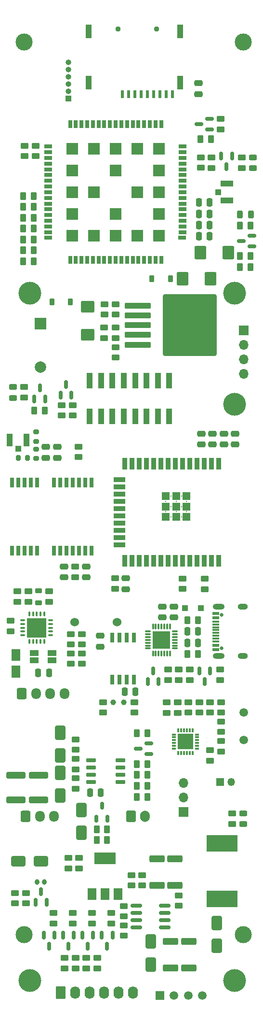
<source format=gts>
%TF.GenerationSoftware,KiCad,Pcbnew,7.0.2*%
%TF.CreationDate,2023-05-22T14:03:59+07:00*%
%TF.ProjectId,ph_portable_refrigerator_v2_hw,70685f70-6f72-4746-9162-6c655f726566,rev?*%
%TF.SameCoordinates,Original*%
%TF.FileFunction,Soldermask,Top*%
%TF.FilePolarity,Negative*%
%FSLAX46Y46*%
G04 Gerber Fmt 4.6, Leading zero omitted, Abs format (unit mm)*
G04 Created by KiCad (PCBNEW 7.0.2) date 2023-05-22 14:03:59*
%MOMM*%
%LPD*%
G01*
G04 APERTURE LIST*
G04 Aperture macros list*
%AMRoundRect*
0 Rectangle with rounded corners*
0 $1 Rounding radius*
0 $2 $3 $4 $5 $6 $7 $8 $9 X,Y pos of 4 corners*
0 Add a 4 corners polygon primitive as box body*
4,1,4,$2,$3,$4,$5,$6,$7,$8,$9,$2,$3,0*
0 Add four circle primitives for the rounded corners*
1,1,$1+$1,$2,$3*
1,1,$1+$1,$4,$5*
1,1,$1+$1,$6,$7*
1,1,$1+$1,$8,$9*
0 Add four rect primitives between the rounded corners*
20,1,$1+$1,$2,$3,$4,$5,0*
20,1,$1+$1,$4,$5,$6,$7,0*
20,1,$1+$1,$6,$7,$8,$9,0*
20,1,$1+$1,$8,$9,$2,$3,0*%
%AMFreePoly0*
4,1,6,1.000000,0.000000,0.500000,-0.750000,-0.500000,-0.750000,-0.500000,0.750000,0.500000,0.750000,1.000000,0.000000,1.000000,0.000000,$1*%
G04 Aperture macros list end*
%ADD10O,1.000000X1.000000*%
%ADD11R,1.000000X1.000000*%
%ADD12RoundRect,0.250000X-0.250000X-0.475000X0.250000X-0.475000X0.250000X0.475000X-0.250000X0.475000X0*%
%ADD13RoundRect,0.250000X-0.620000X-0.845000X0.620000X-0.845000X0.620000X0.845000X-0.620000X0.845000X0*%
%ADD14O,1.740000X2.190000*%
%ADD15RoundRect,0.062400X0.422600X-0.067600X0.422600X0.067600X-0.422600X0.067600X-0.422600X-0.067600X0*%
%ADD16RoundRect,0.062400X0.067600X0.422600X-0.067600X0.422600X-0.067600X-0.422600X0.067600X-0.422600X0*%
%ADD17R,3.150000X3.150000*%
%ADD18RoundRect,0.250000X0.450000X-0.262500X0.450000X0.262500X-0.450000X0.262500X-0.450000X-0.262500X0*%
%ADD19RoundRect,0.243750X0.456250X-0.243750X0.456250X0.243750X-0.456250X0.243750X-0.456250X-0.243750X0*%
%ADD20RoundRect,0.243750X-0.456250X0.243750X-0.456250X-0.243750X0.456250X-0.243750X0.456250X0.243750X0*%
%ADD21RoundRect,0.250000X-0.450000X0.262500X-0.450000X-0.262500X0.450000X-0.262500X0.450000X0.262500X0*%
%ADD22RoundRect,0.250000X-2.050000X-0.300000X2.050000X-0.300000X2.050000X0.300000X-2.050000X0.300000X0*%
%ADD23RoundRect,0.250002X-4.449998X-5.149998X4.449998X-5.149998X4.449998X5.149998X-4.449998X5.149998X0*%
%ADD24RoundRect,0.250000X0.262500X0.450000X-0.262500X0.450000X-0.262500X-0.450000X0.262500X-0.450000X0*%
%ADD25R,1.050000X1.000000*%
%ADD26R,2.200000X1.050000*%
%ADD27R,1.500000X1.000000*%
%ADD28RoundRect,0.150000X0.587500X0.150000X-0.587500X0.150000X-0.587500X-0.150000X0.587500X-0.150000X0*%
%ADD29C,4.000000*%
%ADD30RoundRect,0.250000X-0.787500X-0.925000X0.787500X-0.925000X0.787500X0.925000X-0.787500X0.925000X0*%
%ADD31R,0.650000X1.700000*%
%ADD32RoundRect,0.250000X-0.650000X1.000000X-0.650000X-1.000000X0.650000X-1.000000X0.650000X1.000000X0*%
%ADD33RoundRect,0.200000X0.200000X0.275000X-0.200000X0.275000X-0.200000X-0.275000X0.200000X-0.275000X0*%
%ADD34RoundRect,0.250000X-1.075000X0.362500X-1.075000X-0.362500X1.075000X-0.362500X1.075000X0.362500X0*%
%ADD35RoundRect,0.250000X0.475000X-0.250000X0.475000X0.250000X-0.475000X0.250000X-0.475000X-0.250000X0*%
%ADD36RoundRect,0.150000X-0.150000X0.587500X-0.150000X-0.587500X0.150000X-0.587500X0.150000X0.587500X0*%
%ADD37C,1.000000*%
%ADD38RoundRect,0.250000X-0.475000X0.250000X-0.475000X-0.250000X0.475000X-0.250000X0.475000X0.250000X0*%
%ADD39RoundRect,0.250000X-0.262500X-0.450000X0.262500X-0.450000X0.262500X0.450000X-0.262500X0.450000X0*%
%ADD40R,1.700000X1.700000*%
%ADD41O,1.700000X1.700000*%
%ADD42R,1.500000X1.500000*%
%ADD43FreePoly0,270.000000*%
%ADD44FreePoly0,90.000000*%
%ADD45R,1.000000X1.050000*%
%ADD46R,1.050000X2.200000*%
%ADD47RoundRect,0.150000X0.150000X-0.587500X0.150000X0.587500X-0.150000X0.587500X-0.150000X-0.587500X0*%
%ADD48R,1.508000X1.508000*%
%ADD49C,1.508000*%
%ADD50RoundRect,0.250000X-1.450000X0.312500X-1.450000X-0.312500X1.450000X-0.312500X1.450000X0.312500X0*%
%ADD51C,3.000000*%
%ADD52RoundRect,0.250000X-0.300000X-0.300000X0.300000X-0.300000X0.300000X0.300000X-0.300000X0.300000X0*%
%ADD53C,0.950000*%
%ADD54R,0.620000X1.400000*%
%ADD55R,1.100000X2.400000*%
%ADD56RoundRect,0.225000X0.225000X0.375000X-0.225000X0.375000X-0.225000X-0.375000X0.225000X-0.375000X0*%
%ADD57R,0.800000X0.300000*%
%ADD58R,0.300000X0.800000*%
%ADD59R,2.750000X2.750000*%
%ADD60RoundRect,0.150000X-0.825000X-0.150000X0.825000X-0.150000X0.825000X0.150000X-0.825000X0.150000X0*%
%ADD61R,0.700000X1.400000*%
%ADD62R,1.400000X0.700000*%
%ADD63R,2.100000X2.100000*%
%ADD64RoundRect,0.150000X0.150000X-0.512500X0.150000X0.512500X-0.150000X0.512500X-0.150000X-0.512500X0*%
%ADD65RoundRect,0.225000X-0.225000X-0.375000X0.225000X-0.375000X0.225000X0.375000X-0.225000X0.375000X0*%
%ADD66RoundRect,0.218750X-0.381250X0.218750X-0.381250X-0.218750X0.381250X-0.218750X0.381250X0.218750X0*%
%ADD67RoundRect,0.150000X0.725000X0.150000X-0.725000X0.150000X-0.725000X-0.150000X0.725000X-0.150000X0*%
%ADD68RoundRect,0.200000X0.275000X-0.200000X0.275000X0.200000X-0.275000X0.200000X-0.275000X-0.200000X0*%
%ADD69RoundRect,0.250000X1.000000X0.650000X-1.000000X0.650000X-1.000000X-0.650000X1.000000X-0.650000X0*%
%ADD70RoundRect,0.075000X-0.325000X-0.075000X0.325000X-0.075000X0.325000X0.075000X-0.325000X0.075000X0*%
%ADD71RoundRect,0.075000X-0.075000X-0.325000X0.075000X-0.325000X0.075000X0.325000X-0.075000X0.325000X0*%
%ADD72R,3.350000X3.350000*%
%ADD73RoundRect,0.250000X-0.925000X0.787500X-0.925000X-0.787500X0.925000X-0.787500X0.925000X0.787500X0*%
%ADD74R,1.500000X2.000000*%
%ADD75R,3.800000X2.000000*%
%ADD76R,1.000000X2.750000*%
%ADD77C,1.500000*%
%ADD78R,5.400000X2.900000*%
%ADD79RoundRect,0.250000X0.650000X-1.000000X0.650000X1.000000X-0.650000X1.000000X-0.650000X-1.000000X0*%
%ADD80RoundRect,0.243750X-0.243750X-0.456250X0.243750X-0.456250X0.243750X0.456250X-0.243750X0.456250X0*%
%ADD81R,2.000000X2.000000*%
%ADD82C,2.000000*%
%ADD83R,0.900000X2.000000*%
%ADD84R,2.000000X0.900000*%
%ADD85R,1.330000X1.330000*%
%ADD86C,0.300000*%
%ADD87RoundRect,0.250000X0.250000X0.475000X-0.250000X0.475000X-0.250000X-0.475000X0.250000X-0.475000X0*%
%ADD88R,0.800000X1.800000*%
%ADD89C,0.650000*%
%ADD90R,1.150000X0.600000*%
%ADD91R,1.150000X0.300000*%
%ADD92O,2.100000X1.000000*%
%ADD93O,1.800000X1.000000*%
%ADD94RoundRect,0.250000X-0.600000X-0.725000X0.600000X-0.725000X0.600000X0.725000X-0.600000X0.725000X0*%
%ADD95O,1.700000X1.950000*%
%ADD96O,0.800000X1.000000*%
%ADD97C,1.524000*%
%ADD98RoundRect,0.250000X-0.600000X-0.750000X0.600000X-0.750000X0.600000X0.750000X-0.600000X0.750000X0*%
%ADD99O,1.700000X2.000000*%
%ADD100R,1.350000X1.350000*%
%ADD101O,1.350000X1.350000*%
G04 APERTURE END LIST*
D10*
%TO.C,J3*%
X46250000Y-28525000D03*
X46250000Y-29795000D03*
X46250000Y-31065000D03*
X46250000Y-32335000D03*
X46250000Y-33605000D03*
D11*
X46250000Y-34875000D03*
%TD*%
D12*
%TO.C,C22*%
X56145000Y-138900000D03*
X58045000Y-138900000D03*
%TD*%
D13*
%TO.C,J11*%
X44875000Y-191650000D03*
D14*
X47415000Y-191650000D03*
X49955000Y-191650000D03*
X52495000Y-191650000D03*
X55035000Y-191650000D03*
X57575000Y-191650000D03*
%TD*%
D15*
%TO.C,U11*%
X65005000Y-131295000D03*
X65005000Y-130795000D03*
X65005000Y-130295000D03*
X65005000Y-129795000D03*
X65005000Y-129295000D03*
X65005000Y-128795000D03*
X65005000Y-128295000D03*
D16*
X64135000Y-127425000D03*
X63635000Y-127425000D03*
X63135000Y-127425000D03*
X62635000Y-127425000D03*
X62135000Y-127425000D03*
X61635000Y-127425000D03*
X61135000Y-127425000D03*
D15*
X60265000Y-128295000D03*
X60265000Y-128795000D03*
X60265000Y-129295000D03*
X60265000Y-129795000D03*
X60265000Y-130295000D03*
X60265000Y-130795000D03*
X60265000Y-131295000D03*
D16*
X61135000Y-132165000D03*
X61635000Y-132165000D03*
X62135000Y-132165000D03*
X62635000Y-132165000D03*
X63135000Y-132165000D03*
X63635000Y-132165000D03*
X64135000Y-132165000D03*
D17*
X62635000Y-129795000D03*
%TD*%
D18*
%TO.C,C21*%
X57845000Y-142525000D03*
X57845000Y-140700000D03*
%TD*%
D19*
%TO.C,D5*%
X77000000Y-162050000D03*
X77000000Y-160175000D03*
%TD*%
D20*
%TO.C,D13*%
X36550000Y-85487500D03*
X36550000Y-87362500D03*
%TD*%
D21*
%TO.C,R69*%
X38500000Y-85475000D03*
X38500000Y-87300000D03*
%TD*%
D22*
%TO.C,U5*%
X58475000Y-71250000D03*
X58475000Y-72950000D03*
X58475000Y-74650000D03*
D23*
X67625000Y-74650000D03*
D22*
X58475000Y-76350000D03*
X58475000Y-78050000D03*
%TD*%
D24*
%TO.C,R3*%
X53075000Y-164900000D03*
X51250000Y-164900000D03*
%TD*%
%TO.C,C32*%
X40150000Y-52000000D03*
X38325000Y-52000000D03*
%TD*%
%TO.C,C33*%
X40150000Y-55800000D03*
X38325000Y-55800000D03*
%TD*%
D25*
%TO.C,AT2*%
X72625000Y-51325000D03*
D26*
X74150000Y-52800000D03*
X74150000Y-49850000D03*
%TD*%
D18*
%TO.C,R61*%
X67600000Y-136837500D03*
X67600000Y-135012500D03*
%TD*%
D27*
%TO.C,JP2*%
X40225000Y-132100000D03*
X40225000Y-133400000D03*
%TD*%
D28*
%TO.C,Q2*%
X71100000Y-40350000D03*
X71100000Y-38450000D03*
X69225000Y-39400000D03*
%TD*%
D24*
%TO.C,R51*%
X60125000Y-153475000D03*
X58300000Y-153475000D03*
%TD*%
D29*
%TO.C,REF\u002A\u002A*%
X39500000Y-189500000D03*
%TD*%
D30*
%TO.C,C47*%
X66337500Y-66525000D03*
X71262500Y-66525000D03*
%TD*%
D18*
%TO.C,C25*%
X39250000Y-123125000D03*
X39250000Y-121300000D03*
%TD*%
%TO.C,C24*%
X37325000Y-123125000D03*
X37325000Y-121300000D03*
%TD*%
D21*
%TO.C,C11*%
X48150000Y-168037500D03*
X48150000Y-169862500D03*
%TD*%
D24*
%TO.C,C34*%
X40150000Y-61500000D03*
X38325000Y-61500000D03*
%TD*%
D31*
%TO.C,U4*%
X53935000Y-136725000D03*
X55205000Y-136725000D03*
X56475000Y-136725000D03*
X57745000Y-136725000D03*
X57745000Y-129425000D03*
X56475000Y-129425000D03*
X55205000Y-129425000D03*
X53935000Y-129425000D03*
%TD*%
D18*
%TO.C,R11*%
X45100000Y-90462500D03*
X45100000Y-88637500D03*
%TD*%
%TO.C,R66*%
X71425000Y-47062500D03*
X71425000Y-45237500D03*
%TD*%
D24*
%TO.C,R41*%
X40150000Y-57700000D03*
X38325000Y-57700000D03*
%TD*%
D27*
%TO.C,JP3*%
X43350000Y-132100000D03*
X43350000Y-133400000D03*
%TD*%
D21*
%TO.C,R16*%
X50441666Y-177687500D03*
X50441666Y-179512500D03*
%TD*%
D32*
%TO.C,D11*%
X44800000Y-146050000D03*
X44800000Y-150050000D03*
%TD*%
D33*
%TO.C,L3*%
X39100000Y-97862500D03*
X37450000Y-97862500D03*
%TD*%
D34*
%TO.C,C2*%
X64200000Y-182662500D03*
X64200000Y-187287500D03*
%TD*%
D24*
%TO.C,R48*%
X60137500Y-157300000D03*
X58312500Y-157300000D03*
%TD*%
D35*
%TO.C,C43*%
X62810000Y-125875000D03*
X62810000Y-123975000D03*
%TD*%
D18*
%TO.C,R8*%
X45575000Y-187350000D03*
X45575000Y-185525000D03*
%TD*%
D12*
%TO.C,C42*%
X67180000Y-130295000D03*
X69080000Y-130295000D03*
%TD*%
D21*
%TO.C,R20*%
X48625000Y-132162500D03*
X48625000Y-133987500D03*
%TD*%
D36*
%TO.C,Q5*%
X50625000Y-181587500D03*
X48725000Y-181587500D03*
X49675000Y-183462500D03*
%TD*%
D37*
%TO.C,Y1*%
X54145000Y-140725000D03*
X56045000Y-140725000D03*
%TD*%
D35*
%TO.C,C18*%
X44300000Y-97875000D03*
X44300000Y-95975000D03*
%TD*%
D18*
%TO.C,R26*%
X46700000Y-133987500D03*
X46700000Y-132162500D03*
%TD*%
D21*
%TO.C,R59*%
X72900000Y-135012500D03*
X72900000Y-136837500D03*
%TD*%
D35*
%TO.C,C5*%
X69125000Y-34125000D03*
X69125000Y-32225000D03*
%TD*%
D21*
%TO.C,C30*%
X52575000Y-75050000D03*
X52575000Y-76875000D03*
%TD*%
D29*
%TO.C,REF\u002A\u002A*%
X75500000Y-88500000D03*
%TD*%
D21*
%TO.C,R45*%
X73075000Y-144117500D03*
X73075000Y-145942500D03*
%TD*%
D34*
%TO.C,C7*%
X67450000Y-182662500D03*
X67450000Y-187287500D03*
%TD*%
D24*
%TO.C,R42*%
X40150000Y-59600000D03*
X38325000Y-59600000D03*
%TD*%
D21*
%TO.C,R32*%
X47500000Y-185525000D03*
X47500000Y-187350000D03*
%TD*%
D24*
%TO.C,R50*%
X60125000Y-151550000D03*
X58300000Y-151550000D03*
%TD*%
D18*
%TO.C,C17*%
X52370000Y-142525000D03*
X52370000Y-140700000D03*
%TD*%
D35*
%TO.C,C6*%
X71600000Y-95550000D03*
X71600000Y-93650000D03*
%TD*%
D18*
%TO.C,R33*%
X40500000Y-45012500D03*
X40500000Y-43187500D03*
%TD*%
D38*
%TO.C,R25*%
X42325000Y-95975000D03*
X42325000Y-97875000D03*
%TD*%
D18*
%TO.C,C36*%
X73075000Y-149342500D03*
X73075000Y-147517500D03*
%TD*%
D39*
%TO.C,R64*%
X76437500Y-62525000D03*
X78262500Y-62525000D03*
%TD*%
D21*
%TO.C,C38*%
X71175000Y-140725000D03*
X71175000Y-142550000D03*
%TD*%
%TO.C,R39*%
X69525000Y-45225000D03*
X69525000Y-47050000D03*
%TD*%
D40*
%TO.C,J10*%
X66475000Y-159950000D03*
D41*
X66475000Y-157410000D03*
X66475000Y-154870000D03*
%TD*%
D18*
%TO.C,R19*%
X66325000Y-120862500D03*
X66325000Y-119037500D03*
%TD*%
D21*
%TO.C,C23*%
X42850000Y-121275000D03*
X42850000Y-123100000D03*
%TD*%
D12*
%TO.C,C48*%
X69175000Y-53125000D03*
X71075000Y-53125000D03*
%TD*%
D21*
%TO.C,R46*%
X71125000Y-149137500D03*
X71125000Y-150962500D03*
%TD*%
%TO.C,C37*%
X73075000Y-140717500D03*
X73075000Y-142542500D03*
%TD*%
D18*
%TO.C,R13*%
X70250000Y-120887500D03*
X70250000Y-119062500D03*
%TD*%
D29*
%TO.C,REF\u002A\u002A*%
X75500000Y-69000000D03*
%TD*%
D28*
%TO.C,Q12*%
X78525000Y-60825000D03*
X78525000Y-58925000D03*
X76650000Y-59875000D03*
%TD*%
D42*
%TO.C,JP1*%
X37000000Y-132700000D03*
X37000000Y-135100000D03*
D43*
X37000000Y-131900000D03*
D44*
X37000000Y-135900000D03*
%TD*%
D45*
%TO.C,AT1*%
X37450000Y-96262500D03*
D46*
X38925000Y-94737500D03*
X35975000Y-94737500D03*
%TD*%
D18*
%TO.C,C28*%
X54575000Y-72762500D03*
X54575000Y-70937500D03*
%TD*%
D47*
%TO.C,Q6*%
X40525000Y-175775000D03*
X42425000Y-175775000D03*
X41475000Y-173900000D03*
%TD*%
D38*
%TO.C,C15*%
X56375000Y-119000000D03*
X56375000Y-120900000D03*
%TD*%
D48*
%TO.C,J8*%
X62350000Y-192100000D03*
D49*
X64850000Y-192100000D03*
X67350000Y-192100000D03*
X69850000Y-192100000D03*
%TD*%
D19*
%TO.C,D7*%
X78700000Y-47075000D03*
X78700000Y-45200000D03*
%TD*%
D24*
%TO.C,R68*%
X42112500Y-89575000D03*
X40287500Y-89575000D03*
%TD*%
D50*
%TO.C,F1*%
X41000000Y-153537500D03*
X41000000Y-157812500D03*
%TD*%
D21*
%TO.C,C39*%
X69275000Y-140725000D03*
X69275000Y-142550000D03*
%TD*%
D51*
%TO.C,REF\u002A\u002A*%
X77000000Y-181500000D03*
%TD*%
D52*
%TO.C,D12*%
X66730000Y-124245000D03*
X69530000Y-124245000D03*
%TD*%
D53*
%TO.C,J1*%
X61750000Y-22707500D03*
X54950000Y-22707500D03*
D54*
X55770000Y-34127500D03*
X56870000Y-34127500D03*
X57970000Y-34127500D03*
X59070000Y-34127500D03*
X60170000Y-34127500D03*
X61270000Y-34127500D03*
X62370000Y-34127500D03*
X63470000Y-34127500D03*
X64570000Y-34127500D03*
D55*
X65950000Y-23127500D03*
X65950000Y-32127500D03*
X49800000Y-32127500D03*
X49800000Y-23127500D03*
%TD*%
D21*
%TO.C,R47*%
X63575000Y-140737500D03*
X63575000Y-142562500D03*
%TD*%
D12*
%TO.C,C46*%
X69175000Y-55100000D03*
X71075000Y-55100000D03*
%TD*%
D39*
%TO.C,R57*%
X67192500Y-126370000D03*
X69017500Y-126370000D03*
%TD*%
D56*
%TO.C,D4*%
X64250000Y-66525000D03*
X60950000Y-66525000D03*
%TD*%
D38*
%TO.C,C19*%
X49400000Y-116925000D03*
X49400000Y-118825000D03*
%TD*%
D24*
%TO.C,R43*%
X40150000Y-63400000D03*
X38325000Y-63400000D03*
%TD*%
D57*
%TO.C,IC1*%
X68850000Y-148875000D03*
X68850000Y-148375000D03*
X68850000Y-147875000D03*
X68850000Y-147375000D03*
X68850000Y-146875000D03*
X68850000Y-146375000D03*
D58*
X68100000Y-145625000D03*
X67600000Y-145625000D03*
X67100000Y-145625000D03*
X66600000Y-145625000D03*
X66100000Y-145625000D03*
X65600000Y-145625000D03*
D57*
X64850000Y-146375000D03*
X64850000Y-146875000D03*
X64850000Y-147375000D03*
X64850000Y-147875000D03*
X64850000Y-148375000D03*
X64850000Y-148875000D03*
D58*
X65600000Y-149625000D03*
X66100000Y-149625000D03*
X66600000Y-149625000D03*
X67100000Y-149625000D03*
X67600000Y-149625000D03*
X68100000Y-149625000D03*
D59*
X66850000Y-147625000D03*
%TD*%
D21*
%TO.C,C8*%
X65650000Y-174600000D03*
X65650000Y-176425000D03*
%TD*%
%TO.C,C12*%
X46250000Y-168037500D03*
X46250000Y-169862500D03*
%TD*%
%TO.C,C14*%
X57350000Y-171037500D03*
X57350000Y-172862500D03*
%TD*%
D35*
%TO.C,R4*%
X69625000Y-95550000D03*
X69625000Y-93650000D03*
%TD*%
D18*
%TO.C,R67*%
X76775000Y-47075000D03*
X76775000Y-45250000D03*
%TD*%
D60*
%TO.C,U2*%
X58250000Y-176422500D03*
X58250000Y-177692500D03*
X58250000Y-178962500D03*
X58250000Y-180232500D03*
X63200000Y-180232500D03*
X63200000Y-178962500D03*
X63200000Y-177692500D03*
X63200000Y-176422500D03*
%TD*%
D35*
%TO.C,C1*%
X73600000Y-95550000D03*
X73600000Y-93650000D03*
%TD*%
D18*
%TO.C,R29*%
X38575000Y-44987500D03*
X38575000Y-43162500D03*
%TD*%
%TO.C,R22*%
X52600000Y-72762500D03*
X52600000Y-70937500D03*
%TD*%
D21*
%TO.C,R30*%
X51350000Y-185525000D03*
X51350000Y-187350000D03*
%TD*%
D18*
%TO.C,R28*%
X47450000Y-118787500D03*
X47450000Y-116962500D03*
%TD*%
%TO.C,R53*%
X47575000Y-155875000D03*
X47575000Y-154050000D03*
%TD*%
D61*
%TO.C,U8*%
X62575000Y-39425000D03*
X61575000Y-39425000D03*
X60575000Y-39425000D03*
X59575000Y-39425000D03*
X58575000Y-39425000D03*
X57575000Y-39425000D03*
X56575000Y-39425000D03*
X55575000Y-39425000D03*
X54575000Y-39425000D03*
X53575000Y-39425000D03*
X52575000Y-39425000D03*
X51575000Y-39425000D03*
X50575000Y-39425000D03*
X49575000Y-39425000D03*
X48575000Y-39425000D03*
X47575000Y-39425000D03*
X46575000Y-39425000D03*
D62*
X42675000Y-43325000D03*
X42675000Y-44325000D03*
X42675000Y-45325000D03*
X42675000Y-46325000D03*
X42675000Y-47325000D03*
X42675000Y-48325000D03*
X42675000Y-49325000D03*
X42675000Y-50325000D03*
X42675000Y-51325000D03*
X42675000Y-52325000D03*
X42675000Y-53325000D03*
X42675000Y-54325000D03*
X42675000Y-55325000D03*
X42675000Y-56325000D03*
X42675000Y-57325000D03*
X42675000Y-58325000D03*
X42675000Y-59325000D03*
D61*
X46575000Y-63225000D03*
X47575000Y-63225000D03*
X48575000Y-63225000D03*
X49575000Y-63225000D03*
X50575000Y-63225000D03*
X51575000Y-63225000D03*
X52575000Y-63225000D03*
X53575000Y-63225000D03*
X54575000Y-63225000D03*
X55575000Y-63225000D03*
X56575000Y-63225000D03*
X57575000Y-63225000D03*
X58575000Y-63225000D03*
X59575000Y-63225000D03*
X60575000Y-63225000D03*
X61575000Y-63225000D03*
X62575000Y-63225000D03*
D62*
X66275000Y-59325000D03*
X66375000Y-58325000D03*
X66375000Y-57325000D03*
X66375000Y-56325000D03*
X66375000Y-55325000D03*
X66375000Y-54325000D03*
X66375000Y-53325000D03*
X66375000Y-52325000D03*
X66375000Y-51325000D03*
X66375000Y-50325000D03*
X66375000Y-49325000D03*
X66375000Y-48325000D03*
X66375000Y-47325000D03*
X66375000Y-46325000D03*
X66375000Y-45325000D03*
X66375000Y-44325000D03*
X66375000Y-43325000D03*
D63*
X62175000Y-43725000D03*
X58375000Y-43725000D03*
X54575000Y-43725000D03*
X50775000Y-43725000D03*
X46975000Y-43725000D03*
X46975000Y-47525000D03*
X46975000Y-51325000D03*
X46975000Y-55125000D03*
X46975000Y-58925000D03*
X50775000Y-58925000D03*
X54575000Y-58925000D03*
X58375000Y-58925000D03*
X62175000Y-58925000D03*
X62175000Y-55125000D03*
X62175000Y-51325000D03*
X62175000Y-47525000D03*
X54575000Y-47525000D03*
X50775000Y-51325000D03*
X54575000Y-55125000D03*
X58375000Y-51325000D03*
%TD*%
D64*
%TO.C,Q4*%
X51212500Y-161137500D03*
X53112500Y-161137500D03*
X52162500Y-158862500D03*
%TD*%
D65*
%TO.C,D9*%
X43350000Y-70550000D03*
X46650000Y-70550000D03*
%TD*%
D66*
%TO.C,L1*%
X41050000Y-121200000D03*
X41050000Y-123325000D03*
%TD*%
D67*
%TO.C,U10*%
X55425000Y-154705000D03*
X55425000Y-153435000D03*
X55425000Y-152165000D03*
X55425000Y-150895000D03*
X50275000Y-150895000D03*
X50275000Y-152165000D03*
X50275000Y-153435000D03*
X50275000Y-154705000D03*
%TD*%
D34*
%TO.C,C9*%
X61850000Y-168212500D03*
X61850000Y-172837500D03*
%TD*%
D21*
%TO.C,R24*%
X54550000Y-78487500D03*
X54550000Y-80312500D03*
%TD*%
D51*
%TO.C,REF\u002A\u002A*%
X38500000Y-181500000D03*
%TD*%
D21*
%TO.C,R17*%
X48650000Y-128775000D03*
X48650000Y-130600000D03*
%TD*%
D36*
%TO.C,Q11*%
X71200000Y-135227500D03*
X69300000Y-135227500D03*
X70250000Y-137102500D03*
%TD*%
D12*
%TO.C,C29*%
X69175000Y-59050000D03*
X71075000Y-59050000D03*
%TD*%
D32*
%TO.C,D10*%
X44800000Y-153100000D03*
X44800000Y-157100000D03*
%TD*%
D21*
%TO.C,R1*%
X53825000Y-177687500D03*
X53825000Y-179512500D03*
%TD*%
D12*
%TO.C,C26*%
X40950000Y-135575000D03*
X42850000Y-135575000D03*
%TD*%
D68*
%TO.C,R34*%
X40575000Y-97987500D03*
X40575000Y-96337500D03*
%TD*%
D21*
%TO.C,R58*%
X63800000Y-135012500D03*
X63800000Y-136837500D03*
%TD*%
D47*
%TO.C,Q14*%
X40300000Y-87537500D03*
X42200000Y-87537500D03*
X41250000Y-85662500D03*
%TD*%
D18*
%TO.C,R54*%
X47575000Y-152475000D03*
X47575000Y-150650000D03*
%TD*%
D21*
%TO.C,R14*%
X56000000Y-179825000D03*
X56000000Y-181650000D03*
%TD*%
D69*
%TO.C,D8*%
X41475000Y-168562500D03*
X37475000Y-168562500D03*
%TD*%
D29*
%TO.C,REF\u002A\u002A*%
X39500000Y-69000000D03*
%TD*%
D51*
%TO.C,REF\u002A\u002A*%
X38500000Y-25000000D03*
%TD*%
D18*
%TO.C,R44*%
X48050000Y-97737500D03*
X48050000Y-95912500D03*
%TD*%
D70*
%TO.C,U6*%
X38250000Y-126362500D03*
X38250000Y-127012500D03*
X38250000Y-127662500D03*
X38250000Y-128312500D03*
X38250000Y-128962500D03*
D71*
X39400000Y-130112500D03*
X40050000Y-130112500D03*
X40700000Y-130112500D03*
X41350000Y-130112500D03*
X42000000Y-130112500D03*
D70*
X43150000Y-128962500D03*
X43150000Y-128312500D03*
X43150000Y-127662500D03*
X43150000Y-127012500D03*
X43150000Y-126362500D03*
D71*
X42000000Y-125212500D03*
X41350000Y-125212500D03*
X40700000Y-125212500D03*
X40050000Y-125212500D03*
X39400000Y-125212500D03*
D72*
X40700000Y-127662500D03*
%TD*%
D24*
%TO.C,R12*%
X53075000Y-163000000D03*
X51250000Y-163000000D03*
%TD*%
D73*
%TO.C,C31*%
X49675000Y-71425000D03*
X49675000Y-76350000D03*
%TD*%
D21*
%TO.C,C4*%
X46700000Y-128762500D03*
X46700000Y-130587500D03*
%TD*%
%TO.C,R18*%
X47025000Y-177687500D03*
X47025000Y-179512500D03*
%TD*%
D74*
%TO.C,U3*%
X50425000Y-174387500D03*
X52725000Y-174387500D03*
D75*
X52725000Y-168087500D03*
D74*
X55025000Y-174387500D03*
%TD*%
D24*
%TO.C,R49*%
X60125000Y-155400000D03*
X58300000Y-155400000D03*
%TD*%
D76*
%TO.C,J7*%
X64000000Y-90625000D03*
X64000000Y-84375000D03*
X62000000Y-90625000D03*
X62000000Y-84375000D03*
X60000000Y-90625000D03*
X60000000Y-84375000D03*
X58000000Y-90625000D03*
X58000000Y-84375000D03*
X56000000Y-90625000D03*
X56000000Y-84375000D03*
X54000000Y-90625000D03*
X54000000Y-84375000D03*
X52000000Y-90625000D03*
X52000000Y-84375000D03*
X50000000Y-90625000D03*
X50000000Y-84375000D03*
%TD*%
D12*
%TO.C,C41*%
X67180000Y-128320000D03*
X69080000Y-128320000D03*
%TD*%
D18*
%TO.C,R10*%
X47025000Y-90462500D03*
X47025000Y-88637500D03*
%TD*%
D77*
%TO.C,Y2*%
X77100000Y-142500000D03*
X77100000Y-147380000D03*
%TD*%
D32*
%TO.C,D1*%
X72375000Y-179400000D03*
X72375000Y-183400000D03*
%TD*%
D24*
%TO.C,R40*%
X40150000Y-53900000D03*
X38325000Y-53900000D03*
%TD*%
D50*
%TO.C,F2*%
X37050200Y-153536200D03*
X37050200Y-157811200D03*
%TD*%
D47*
%TO.C,Q7*%
X44900000Y-86875000D03*
X46800000Y-86875000D03*
X45850000Y-85000000D03*
%TD*%
D51*
%TO.C,REF\u002A\u002A*%
X77000000Y-25000000D03*
%TD*%
D78*
%TO.C,L2*%
X73300000Y-175175000D03*
X73300000Y-165475000D03*
%TD*%
D21*
%TO.C,R23*%
X54537500Y-75050000D03*
X54537500Y-76875000D03*
%TD*%
D12*
%TO.C,C45*%
X69175000Y-57075000D03*
X71075000Y-57075000D03*
%TD*%
D79*
%TO.C,D2*%
X48575000Y-163612500D03*
X48575000Y-159612500D03*
%TD*%
D21*
%TO.C,R7*%
X38800000Y-174150000D03*
X38800000Y-175975000D03*
%TD*%
D36*
%TO.C,Q1*%
X54025000Y-181587500D03*
X52125000Y-181587500D03*
X53075000Y-183462500D03*
%TD*%
D35*
%TO.C,C3*%
X75575000Y-95550000D03*
X75575000Y-93650000D03*
%TD*%
D39*
%TO.C,R65*%
X76437500Y-64425000D03*
X78262500Y-64425000D03*
%TD*%
D21*
%TO.C,R9*%
X56000000Y-176450000D03*
X56000000Y-178275000D03*
%TD*%
D18*
%TO.C,R60*%
X65700000Y-136837500D03*
X65700000Y-135012500D03*
%TD*%
%TO.C,R63*%
X65475000Y-142562500D03*
X65475000Y-140737500D03*
%TD*%
D29*
%TO.C,REF\u002A\u002A*%
X75500000Y-189500000D03*
%TD*%
D80*
%TO.C,D6*%
X76450000Y-55250000D03*
X78325000Y-55250000D03*
%TD*%
D81*
%TO.C,BZ1*%
X41325000Y-74400000D03*
D82*
X41325000Y-82000000D03*
%TD*%
D18*
%TO.C,R62*%
X67375000Y-142550000D03*
X67375000Y-140725000D03*
%TD*%
%TO.C,R55*%
X47575000Y-149062500D03*
X47575000Y-147237500D03*
%TD*%
D36*
%TO.C,Q13*%
X75025000Y-44975000D03*
X73125000Y-44975000D03*
X74075000Y-46850000D03*
%TD*%
D28*
%TO.C,Q9*%
X60387500Y-149825000D03*
X60387500Y-147925000D03*
X58512500Y-148875000D03*
%TD*%
D21*
%TO.C,R2*%
X43633332Y-177675000D03*
X43633332Y-179500000D03*
%TD*%
D83*
%TO.C,U1*%
X72715000Y-98915000D03*
X71445000Y-98915000D03*
X70175000Y-98915000D03*
X68905000Y-98915000D03*
X67635000Y-98915000D03*
X66365000Y-98915000D03*
X65095000Y-98915000D03*
X63825000Y-98915000D03*
X62555000Y-98915000D03*
X61285000Y-98915000D03*
X60015000Y-98915000D03*
X58745000Y-98915000D03*
X57475000Y-98915000D03*
X56205000Y-98915000D03*
D84*
X55205000Y-101700000D03*
X55205000Y-102970000D03*
X55205000Y-104240000D03*
X55205000Y-105510000D03*
X55205000Y-106780000D03*
X55205000Y-108050000D03*
X55205000Y-109320000D03*
X55205000Y-110590000D03*
X55205000Y-111860000D03*
X55205000Y-113130000D03*
D83*
X56205000Y-115915000D03*
X57475000Y-115915000D03*
X58745000Y-115915000D03*
X60015000Y-115915000D03*
X61285000Y-115915000D03*
X62555000Y-115915000D03*
X63825000Y-115915000D03*
X65095000Y-115915000D03*
X66365000Y-115915000D03*
X67635000Y-115915000D03*
X68905000Y-115915000D03*
X70175000Y-115915000D03*
X71445000Y-115915000D03*
X72715000Y-115915000D03*
D85*
X67050000Y-104580000D03*
X67050000Y-106415000D03*
X67050000Y-108250000D03*
X65215000Y-104580000D03*
X65215000Y-106415000D03*
X65215000Y-108250000D03*
X63380000Y-104580000D03*
X63380000Y-106415000D03*
X63380000Y-108250000D03*
D86*
X67050000Y-105497500D03*
X67050000Y-107332500D03*
X66132500Y-104580000D03*
X66132500Y-106415000D03*
X66132500Y-108250000D03*
X65215000Y-105497500D03*
X65215000Y-107332500D03*
X64297500Y-104580000D03*
X64297500Y-106415000D03*
X64297500Y-108250000D03*
X63380000Y-105497500D03*
X63380000Y-107332500D03*
%TD*%
D21*
%TO.C,R36*%
X36100000Y-126437500D03*
X36100000Y-128262500D03*
%TD*%
%TO.C,R38*%
X75025000Y-160212500D03*
X75025000Y-162037500D03*
%TD*%
D38*
%TO.C,C16*%
X51840000Y-129075000D03*
X51840000Y-130975000D03*
%TD*%
D47*
%TO.C,Q10*%
X60200000Y-137102500D03*
X62100000Y-137102500D03*
X61150000Y-135227500D03*
%TD*%
D36*
%TO.C,Q3*%
X43825000Y-181587500D03*
X41925000Y-181587500D03*
X42875000Y-183462500D03*
%TD*%
D39*
%TO.C,R37*%
X76450000Y-57200000D03*
X78275000Y-57200000D03*
%TD*%
D35*
%TO.C,R27*%
X45500000Y-118825000D03*
X45500000Y-116925000D03*
%TD*%
D87*
%TO.C,C40*%
X51950000Y-156575000D03*
X50050000Y-156575000D03*
%TD*%
D68*
%TO.C,C27*%
X40575000Y-95012500D03*
X40575000Y-93362500D03*
%TD*%
D24*
%TO.C,R52*%
X60150000Y-146200000D03*
X58325000Y-146200000D03*
%TD*%
D88*
%TO.C,U7*%
X50350000Y-102175000D03*
X49250000Y-102175000D03*
X48150000Y-102175000D03*
X47050000Y-102175000D03*
X45950000Y-102175000D03*
X44850000Y-102175000D03*
X43750000Y-102175000D03*
X40750000Y-102175000D03*
X39650000Y-102175000D03*
X38550000Y-102175000D03*
X37450000Y-102175000D03*
X36350000Y-102175000D03*
X36350000Y-114175000D03*
X37450000Y-114175000D03*
X38550000Y-114175000D03*
X39650000Y-114175000D03*
X40750000Y-114175000D03*
X43750000Y-114175000D03*
X44850000Y-114175000D03*
X45950000Y-114175000D03*
X47050000Y-114175000D03*
X48150000Y-114175000D03*
X49250000Y-114175000D03*
X50350000Y-114175000D03*
%TD*%
D32*
%TO.C,D3*%
X60775000Y-182675000D03*
X60775000Y-186675000D03*
%TD*%
D34*
%TO.C,C10*%
X65000000Y-168212500D03*
X65000000Y-172837500D03*
%TD*%
D40*
%TO.C,J13*%
X77050000Y-75530000D03*
D41*
X77050000Y-78070000D03*
X77050000Y-80610000D03*
X77050000Y-83150000D03*
%TD*%
D35*
%TO.C,C44*%
X64785000Y-125875000D03*
X64785000Y-123975000D03*
%TD*%
D21*
%TO.C,C13*%
X59250000Y-171037500D03*
X59250000Y-172862500D03*
%TD*%
D18*
%TO.C,R21*%
X73050000Y-40312500D03*
X73050000Y-38487500D03*
%TD*%
D24*
%TO.C,R15*%
X71312500Y-42050000D03*
X69487500Y-42050000D03*
%TD*%
D39*
%TO.C,R56*%
X67217500Y-132245000D03*
X69042500Y-132245000D03*
%TD*%
D89*
%TO.C,J15*%
X73225000Y-131215000D03*
X73225000Y-125435000D03*
D90*
X72150000Y-131525000D03*
X72150000Y-130725000D03*
D91*
X72150000Y-129575000D03*
X72150000Y-128575000D03*
X72150000Y-128075000D03*
X72150000Y-127075000D03*
D90*
X72150000Y-125925000D03*
X72150000Y-125125000D03*
X72150000Y-125125000D03*
X72150000Y-125925000D03*
D91*
X72150000Y-126575000D03*
X72150000Y-127575000D03*
X72150000Y-129075000D03*
X72150000Y-130075000D03*
D90*
X72150000Y-130725000D03*
X72150000Y-131525000D03*
D92*
X72725000Y-132645000D03*
D93*
X76905000Y-132645000D03*
D92*
X72725000Y-124005000D03*
D93*
X76905000Y-124005000D03*
%TD*%
D18*
%TO.C,R5*%
X54450000Y-120842500D03*
X54450000Y-119017500D03*
%TD*%
D21*
%TO.C,R31*%
X49425000Y-185525000D03*
X49425000Y-187350000D03*
%TD*%
D30*
%TO.C,C20*%
X69437500Y-61900000D03*
X74362500Y-61900000D03*
%TD*%
D21*
%TO.C,R6*%
X36875000Y-174150000D03*
X36875000Y-175975000D03*
%TD*%
D36*
%TO.C,Q8*%
X47225000Y-181587500D03*
X45325000Y-181587500D03*
X46275000Y-183462500D03*
%TD*%
D94*
%TO.C,J12*%
X38075000Y-139205000D03*
D95*
X40575000Y-139205000D03*
X43075000Y-139205000D03*
X45575000Y-139205000D03*
%TD*%
D96*
%TO.C,J5*%
X42050000Y-172275000D03*
X40800000Y-172275000D03*
%TD*%
D94*
%TO.C,J14*%
X38750000Y-160750000D03*
D95*
X41250000Y-160750000D03*
X43750000Y-160750000D03*
%TD*%
D97*
%TO.C,BT1*%
X54800000Y-126650000D03*
X47400000Y-126650000D03*
%TD*%
D98*
%TO.C,J6*%
X57275000Y-160725000D03*
D99*
X59775000Y-160725000D03*
%TD*%
D100*
%TO.C,J9*%
X72925000Y-154750000D03*
D101*
X74925000Y-154750000D03*
%TD*%
M02*

</source>
